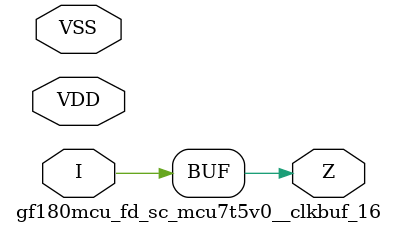
<source format=v>

module gf180mcu_fd_sc_mcu7t5v0__clkbuf_16( I, Z, VDD, VSS );
input I;
inout VDD, VSS;
output Z;

	buf MGM_BG_0( Z, I );

endmodule

</source>
